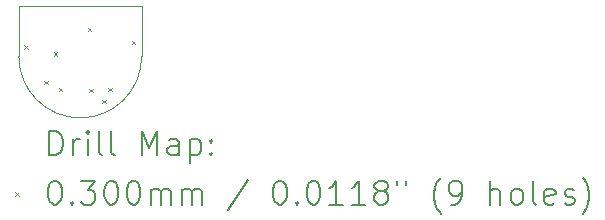
<source format=gbr>
%TF.GenerationSoftware,KiCad,Pcbnew,8.0.3-8.0.3-0~ubuntu22.04.1*%
%TF.CreationDate,2024-06-15T18:12:37-06:00*%
%TF.ProjectId,MA735 encoder board,4d413733-3520-4656-9e63-6f6465722062,rev?*%
%TF.SameCoordinates,Original*%
%TF.FileFunction,Drillmap*%
%TF.FilePolarity,Positive*%
%FSLAX45Y45*%
G04 Gerber Fmt 4.5, Leading zero omitted, Abs format (unit mm)*
G04 Created by KiCad (PCBNEW 8.0.3-8.0.3-0~ubuntu22.04.1) date 2024-06-15 18:12:37*
%MOMM*%
%LPD*%
G01*
G04 APERTURE LIST*
%ADD10C,0.050000*%
%ADD11C,0.200000*%
%ADD12C,0.100000*%
G04 APERTURE END LIST*
D10*
X14720000Y-8680000D02*
X14720000Y-8250000D01*
X15760000Y-8680000D02*
X15760000Y-8250000D01*
X14720000Y-8250000D02*
X15760000Y-8250000D01*
X15760000Y-8680000D02*
G75*
G02*
X14720000Y-8680000I-520000J0D01*
G01*
D11*
D12*
X14765000Y-8585000D02*
X14795000Y-8615000D01*
X14795000Y-8585000D02*
X14765000Y-8615000D01*
X14935000Y-8885000D02*
X14965000Y-8915000D01*
X14965000Y-8885000D02*
X14935000Y-8915000D01*
X15016166Y-8642683D02*
X15046166Y-8672683D01*
X15046166Y-8642683D02*
X15016166Y-8672683D01*
X15056767Y-8943835D02*
X15086767Y-8973835D01*
X15086767Y-8943835D02*
X15056767Y-8973835D01*
X15305000Y-8435000D02*
X15335000Y-8465000D01*
X15335000Y-8435000D02*
X15305000Y-8465000D01*
X15315000Y-8955000D02*
X15345000Y-8985000D01*
X15345000Y-8955000D02*
X15315000Y-8985000D01*
X15425000Y-9045000D02*
X15455000Y-9075000D01*
X15455000Y-9045000D02*
X15425000Y-9075000D01*
X15475000Y-8945000D02*
X15505000Y-8975000D01*
X15505000Y-8945000D02*
X15475000Y-8975000D01*
X15675000Y-8545000D02*
X15705000Y-8575000D01*
X15705000Y-8545000D02*
X15675000Y-8575000D01*
D11*
X14978277Y-9513984D02*
X14978277Y-9313984D01*
X14978277Y-9313984D02*
X15025896Y-9313984D01*
X15025896Y-9313984D02*
X15054467Y-9323508D01*
X15054467Y-9323508D02*
X15073515Y-9342555D01*
X15073515Y-9342555D02*
X15083039Y-9361603D01*
X15083039Y-9361603D02*
X15092562Y-9399698D01*
X15092562Y-9399698D02*
X15092562Y-9428270D01*
X15092562Y-9428270D02*
X15083039Y-9466365D01*
X15083039Y-9466365D02*
X15073515Y-9485412D01*
X15073515Y-9485412D02*
X15054467Y-9504460D01*
X15054467Y-9504460D02*
X15025896Y-9513984D01*
X15025896Y-9513984D02*
X14978277Y-9513984D01*
X15178277Y-9513984D02*
X15178277Y-9380650D01*
X15178277Y-9418746D02*
X15187801Y-9399698D01*
X15187801Y-9399698D02*
X15197324Y-9390174D01*
X15197324Y-9390174D02*
X15216372Y-9380650D01*
X15216372Y-9380650D02*
X15235420Y-9380650D01*
X15302086Y-9513984D02*
X15302086Y-9380650D01*
X15302086Y-9313984D02*
X15292562Y-9323508D01*
X15292562Y-9323508D02*
X15302086Y-9333031D01*
X15302086Y-9333031D02*
X15311610Y-9323508D01*
X15311610Y-9323508D02*
X15302086Y-9313984D01*
X15302086Y-9313984D02*
X15302086Y-9333031D01*
X15425896Y-9513984D02*
X15406848Y-9504460D01*
X15406848Y-9504460D02*
X15397324Y-9485412D01*
X15397324Y-9485412D02*
X15397324Y-9313984D01*
X15530658Y-9513984D02*
X15511610Y-9504460D01*
X15511610Y-9504460D02*
X15502086Y-9485412D01*
X15502086Y-9485412D02*
X15502086Y-9313984D01*
X15759229Y-9513984D02*
X15759229Y-9313984D01*
X15759229Y-9313984D02*
X15825896Y-9456841D01*
X15825896Y-9456841D02*
X15892562Y-9313984D01*
X15892562Y-9313984D02*
X15892562Y-9513984D01*
X16073515Y-9513984D02*
X16073515Y-9409222D01*
X16073515Y-9409222D02*
X16063991Y-9390174D01*
X16063991Y-9390174D02*
X16044943Y-9380650D01*
X16044943Y-9380650D02*
X16006848Y-9380650D01*
X16006848Y-9380650D02*
X15987801Y-9390174D01*
X16073515Y-9504460D02*
X16054467Y-9513984D01*
X16054467Y-9513984D02*
X16006848Y-9513984D01*
X16006848Y-9513984D02*
X15987801Y-9504460D01*
X15987801Y-9504460D02*
X15978277Y-9485412D01*
X15978277Y-9485412D02*
X15978277Y-9466365D01*
X15978277Y-9466365D02*
X15987801Y-9447317D01*
X15987801Y-9447317D02*
X16006848Y-9437793D01*
X16006848Y-9437793D02*
X16054467Y-9437793D01*
X16054467Y-9437793D02*
X16073515Y-9428270D01*
X16168753Y-9380650D02*
X16168753Y-9580650D01*
X16168753Y-9390174D02*
X16187801Y-9380650D01*
X16187801Y-9380650D02*
X16225896Y-9380650D01*
X16225896Y-9380650D02*
X16244943Y-9390174D01*
X16244943Y-9390174D02*
X16254467Y-9399698D01*
X16254467Y-9399698D02*
X16263991Y-9418746D01*
X16263991Y-9418746D02*
X16263991Y-9475889D01*
X16263991Y-9475889D02*
X16254467Y-9494936D01*
X16254467Y-9494936D02*
X16244943Y-9504460D01*
X16244943Y-9504460D02*
X16225896Y-9513984D01*
X16225896Y-9513984D02*
X16187801Y-9513984D01*
X16187801Y-9513984D02*
X16168753Y-9504460D01*
X16349705Y-9494936D02*
X16359229Y-9504460D01*
X16359229Y-9504460D02*
X16349705Y-9513984D01*
X16349705Y-9513984D02*
X16340182Y-9504460D01*
X16340182Y-9504460D02*
X16349705Y-9494936D01*
X16349705Y-9494936D02*
X16349705Y-9513984D01*
X16349705Y-9390174D02*
X16359229Y-9399698D01*
X16359229Y-9399698D02*
X16349705Y-9409222D01*
X16349705Y-9409222D02*
X16340182Y-9399698D01*
X16340182Y-9399698D02*
X16349705Y-9390174D01*
X16349705Y-9390174D02*
X16349705Y-9409222D01*
D12*
X14687500Y-9827500D02*
X14717500Y-9857500D01*
X14717500Y-9827500D02*
X14687500Y-9857500D01*
D11*
X15016372Y-9733984D02*
X15035420Y-9733984D01*
X15035420Y-9733984D02*
X15054467Y-9743508D01*
X15054467Y-9743508D02*
X15063991Y-9753031D01*
X15063991Y-9753031D02*
X15073515Y-9772079D01*
X15073515Y-9772079D02*
X15083039Y-9810174D01*
X15083039Y-9810174D02*
X15083039Y-9857793D01*
X15083039Y-9857793D02*
X15073515Y-9895889D01*
X15073515Y-9895889D02*
X15063991Y-9914936D01*
X15063991Y-9914936D02*
X15054467Y-9924460D01*
X15054467Y-9924460D02*
X15035420Y-9933984D01*
X15035420Y-9933984D02*
X15016372Y-9933984D01*
X15016372Y-9933984D02*
X14997324Y-9924460D01*
X14997324Y-9924460D02*
X14987801Y-9914936D01*
X14987801Y-9914936D02*
X14978277Y-9895889D01*
X14978277Y-9895889D02*
X14968753Y-9857793D01*
X14968753Y-9857793D02*
X14968753Y-9810174D01*
X14968753Y-9810174D02*
X14978277Y-9772079D01*
X14978277Y-9772079D02*
X14987801Y-9753031D01*
X14987801Y-9753031D02*
X14997324Y-9743508D01*
X14997324Y-9743508D02*
X15016372Y-9733984D01*
X15168753Y-9914936D02*
X15178277Y-9924460D01*
X15178277Y-9924460D02*
X15168753Y-9933984D01*
X15168753Y-9933984D02*
X15159229Y-9924460D01*
X15159229Y-9924460D02*
X15168753Y-9914936D01*
X15168753Y-9914936D02*
X15168753Y-9933984D01*
X15244943Y-9733984D02*
X15368753Y-9733984D01*
X15368753Y-9733984D02*
X15302086Y-9810174D01*
X15302086Y-9810174D02*
X15330658Y-9810174D01*
X15330658Y-9810174D02*
X15349705Y-9819698D01*
X15349705Y-9819698D02*
X15359229Y-9829222D01*
X15359229Y-9829222D02*
X15368753Y-9848270D01*
X15368753Y-9848270D02*
X15368753Y-9895889D01*
X15368753Y-9895889D02*
X15359229Y-9914936D01*
X15359229Y-9914936D02*
X15349705Y-9924460D01*
X15349705Y-9924460D02*
X15330658Y-9933984D01*
X15330658Y-9933984D02*
X15273515Y-9933984D01*
X15273515Y-9933984D02*
X15254467Y-9924460D01*
X15254467Y-9924460D02*
X15244943Y-9914936D01*
X15492562Y-9733984D02*
X15511610Y-9733984D01*
X15511610Y-9733984D02*
X15530658Y-9743508D01*
X15530658Y-9743508D02*
X15540182Y-9753031D01*
X15540182Y-9753031D02*
X15549705Y-9772079D01*
X15549705Y-9772079D02*
X15559229Y-9810174D01*
X15559229Y-9810174D02*
X15559229Y-9857793D01*
X15559229Y-9857793D02*
X15549705Y-9895889D01*
X15549705Y-9895889D02*
X15540182Y-9914936D01*
X15540182Y-9914936D02*
X15530658Y-9924460D01*
X15530658Y-9924460D02*
X15511610Y-9933984D01*
X15511610Y-9933984D02*
X15492562Y-9933984D01*
X15492562Y-9933984D02*
X15473515Y-9924460D01*
X15473515Y-9924460D02*
X15463991Y-9914936D01*
X15463991Y-9914936D02*
X15454467Y-9895889D01*
X15454467Y-9895889D02*
X15444943Y-9857793D01*
X15444943Y-9857793D02*
X15444943Y-9810174D01*
X15444943Y-9810174D02*
X15454467Y-9772079D01*
X15454467Y-9772079D02*
X15463991Y-9753031D01*
X15463991Y-9753031D02*
X15473515Y-9743508D01*
X15473515Y-9743508D02*
X15492562Y-9733984D01*
X15683039Y-9733984D02*
X15702086Y-9733984D01*
X15702086Y-9733984D02*
X15721134Y-9743508D01*
X15721134Y-9743508D02*
X15730658Y-9753031D01*
X15730658Y-9753031D02*
X15740182Y-9772079D01*
X15740182Y-9772079D02*
X15749705Y-9810174D01*
X15749705Y-9810174D02*
X15749705Y-9857793D01*
X15749705Y-9857793D02*
X15740182Y-9895889D01*
X15740182Y-9895889D02*
X15730658Y-9914936D01*
X15730658Y-9914936D02*
X15721134Y-9924460D01*
X15721134Y-9924460D02*
X15702086Y-9933984D01*
X15702086Y-9933984D02*
X15683039Y-9933984D01*
X15683039Y-9933984D02*
X15663991Y-9924460D01*
X15663991Y-9924460D02*
X15654467Y-9914936D01*
X15654467Y-9914936D02*
X15644943Y-9895889D01*
X15644943Y-9895889D02*
X15635420Y-9857793D01*
X15635420Y-9857793D02*
X15635420Y-9810174D01*
X15635420Y-9810174D02*
X15644943Y-9772079D01*
X15644943Y-9772079D02*
X15654467Y-9753031D01*
X15654467Y-9753031D02*
X15663991Y-9743508D01*
X15663991Y-9743508D02*
X15683039Y-9733984D01*
X15835420Y-9933984D02*
X15835420Y-9800650D01*
X15835420Y-9819698D02*
X15844943Y-9810174D01*
X15844943Y-9810174D02*
X15863991Y-9800650D01*
X15863991Y-9800650D02*
X15892563Y-9800650D01*
X15892563Y-9800650D02*
X15911610Y-9810174D01*
X15911610Y-9810174D02*
X15921134Y-9829222D01*
X15921134Y-9829222D02*
X15921134Y-9933984D01*
X15921134Y-9829222D02*
X15930658Y-9810174D01*
X15930658Y-9810174D02*
X15949705Y-9800650D01*
X15949705Y-9800650D02*
X15978277Y-9800650D01*
X15978277Y-9800650D02*
X15997324Y-9810174D01*
X15997324Y-9810174D02*
X16006848Y-9829222D01*
X16006848Y-9829222D02*
X16006848Y-9933984D01*
X16102086Y-9933984D02*
X16102086Y-9800650D01*
X16102086Y-9819698D02*
X16111610Y-9810174D01*
X16111610Y-9810174D02*
X16130658Y-9800650D01*
X16130658Y-9800650D02*
X16159229Y-9800650D01*
X16159229Y-9800650D02*
X16178277Y-9810174D01*
X16178277Y-9810174D02*
X16187801Y-9829222D01*
X16187801Y-9829222D02*
X16187801Y-9933984D01*
X16187801Y-9829222D02*
X16197324Y-9810174D01*
X16197324Y-9810174D02*
X16216372Y-9800650D01*
X16216372Y-9800650D02*
X16244943Y-9800650D01*
X16244943Y-9800650D02*
X16263991Y-9810174D01*
X16263991Y-9810174D02*
X16273515Y-9829222D01*
X16273515Y-9829222D02*
X16273515Y-9933984D01*
X16663991Y-9724460D02*
X16492563Y-9981603D01*
X16921134Y-9733984D02*
X16940182Y-9733984D01*
X16940182Y-9733984D02*
X16959229Y-9743508D01*
X16959229Y-9743508D02*
X16968753Y-9753031D01*
X16968753Y-9753031D02*
X16978277Y-9772079D01*
X16978277Y-9772079D02*
X16987801Y-9810174D01*
X16987801Y-9810174D02*
X16987801Y-9857793D01*
X16987801Y-9857793D02*
X16978277Y-9895889D01*
X16978277Y-9895889D02*
X16968753Y-9914936D01*
X16968753Y-9914936D02*
X16959229Y-9924460D01*
X16959229Y-9924460D02*
X16940182Y-9933984D01*
X16940182Y-9933984D02*
X16921134Y-9933984D01*
X16921134Y-9933984D02*
X16902087Y-9924460D01*
X16902087Y-9924460D02*
X16892563Y-9914936D01*
X16892563Y-9914936D02*
X16883039Y-9895889D01*
X16883039Y-9895889D02*
X16873515Y-9857793D01*
X16873515Y-9857793D02*
X16873515Y-9810174D01*
X16873515Y-9810174D02*
X16883039Y-9772079D01*
X16883039Y-9772079D02*
X16892563Y-9753031D01*
X16892563Y-9753031D02*
X16902087Y-9743508D01*
X16902087Y-9743508D02*
X16921134Y-9733984D01*
X17073515Y-9914936D02*
X17083039Y-9924460D01*
X17083039Y-9924460D02*
X17073515Y-9933984D01*
X17073515Y-9933984D02*
X17063991Y-9924460D01*
X17063991Y-9924460D02*
X17073515Y-9914936D01*
X17073515Y-9914936D02*
X17073515Y-9933984D01*
X17206848Y-9733984D02*
X17225896Y-9733984D01*
X17225896Y-9733984D02*
X17244944Y-9743508D01*
X17244944Y-9743508D02*
X17254468Y-9753031D01*
X17254468Y-9753031D02*
X17263991Y-9772079D01*
X17263991Y-9772079D02*
X17273515Y-9810174D01*
X17273515Y-9810174D02*
X17273515Y-9857793D01*
X17273515Y-9857793D02*
X17263991Y-9895889D01*
X17263991Y-9895889D02*
X17254468Y-9914936D01*
X17254468Y-9914936D02*
X17244944Y-9924460D01*
X17244944Y-9924460D02*
X17225896Y-9933984D01*
X17225896Y-9933984D02*
X17206848Y-9933984D01*
X17206848Y-9933984D02*
X17187801Y-9924460D01*
X17187801Y-9924460D02*
X17178277Y-9914936D01*
X17178277Y-9914936D02*
X17168753Y-9895889D01*
X17168753Y-9895889D02*
X17159229Y-9857793D01*
X17159229Y-9857793D02*
X17159229Y-9810174D01*
X17159229Y-9810174D02*
X17168753Y-9772079D01*
X17168753Y-9772079D02*
X17178277Y-9753031D01*
X17178277Y-9753031D02*
X17187801Y-9743508D01*
X17187801Y-9743508D02*
X17206848Y-9733984D01*
X17463991Y-9933984D02*
X17349706Y-9933984D01*
X17406848Y-9933984D02*
X17406848Y-9733984D01*
X17406848Y-9733984D02*
X17387801Y-9762555D01*
X17387801Y-9762555D02*
X17368753Y-9781603D01*
X17368753Y-9781603D02*
X17349706Y-9791127D01*
X17654468Y-9933984D02*
X17540182Y-9933984D01*
X17597325Y-9933984D02*
X17597325Y-9733984D01*
X17597325Y-9733984D02*
X17578277Y-9762555D01*
X17578277Y-9762555D02*
X17559229Y-9781603D01*
X17559229Y-9781603D02*
X17540182Y-9791127D01*
X17768753Y-9819698D02*
X17749706Y-9810174D01*
X17749706Y-9810174D02*
X17740182Y-9800650D01*
X17740182Y-9800650D02*
X17730658Y-9781603D01*
X17730658Y-9781603D02*
X17730658Y-9772079D01*
X17730658Y-9772079D02*
X17740182Y-9753031D01*
X17740182Y-9753031D02*
X17749706Y-9743508D01*
X17749706Y-9743508D02*
X17768753Y-9733984D01*
X17768753Y-9733984D02*
X17806849Y-9733984D01*
X17806849Y-9733984D02*
X17825896Y-9743508D01*
X17825896Y-9743508D02*
X17835420Y-9753031D01*
X17835420Y-9753031D02*
X17844944Y-9772079D01*
X17844944Y-9772079D02*
X17844944Y-9781603D01*
X17844944Y-9781603D02*
X17835420Y-9800650D01*
X17835420Y-9800650D02*
X17825896Y-9810174D01*
X17825896Y-9810174D02*
X17806849Y-9819698D01*
X17806849Y-9819698D02*
X17768753Y-9819698D01*
X17768753Y-9819698D02*
X17749706Y-9829222D01*
X17749706Y-9829222D02*
X17740182Y-9838746D01*
X17740182Y-9838746D02*
X17730658Y-9857793D01*
X17730658Y-9857793D02*
X17730658Y-9895889D01*
X17730658Y-9895889D02*
X17740182Y-9914936D01*
X17740182Y-9914936D02*
X17749706Y-9924460D01*
X17749706Y-9924460D02*
X17768753Y-9933984D01*
X17768753Y-9933984D02*
X17806849Y-9933984D01*
X17806849Y-9933984D02*
X17825896Y-9924460D01*
X17825896Y-9924460D02*
X17835420Y-9914936D01*
X17835420Y-9914936D02*
X17844944Y-9895889D01*
X17844944Y-9895889D02*
X17844944Y-9857793D01*
X17844944Y-9857793D02*
X17835420Y-9838746D01*
X17835420Y-9838746D02*
X17825896Y-9829222D01*
X17825896Y-9829222D02*
X17806849Y-9819698D01*
X17921134Y-9733984D02*
X17921134Y-9772079D01*
X17997325Y-9733984D02*
X17997325Y-9772079D01*
X18292563Y-10010174D02*
X18283039Y-10000650D01*
X18283039Y-10000650D02*
X18263991Y-9972079D01*
X18263991Y-9972079D02*
X18254468Y-9953031D01*
X18254468Y-9953031D02*
X18244944Y-9924460D01*
X18244944Y-9924460D02*
X18235420Y-9876841D01*
X18235420Y-9876841D02*
X18235420Y-9838746D01*
X18235420Y-9838746D02*
X18244944Y-9791127D01*
X18244944Y-9791127D02*
X18254468Y-9762555D01*
X18254468Y-9762555D02*
X18263991Y-9743508D01*
X18263991Y-9743508D02*
X18283039Y-9714936D01*
X18283039Y-9714936D02*
X18292563Y-9705412D01*
X18378277Y-9933984D02*
X18416372Y-9933984D01*
X18416372Y-9933984D02*
X18435420Y-9924460D01*
X18435420Y-9924460D02*
X18444944Y-9914936D01*
X18444944Y-9914936D02*
X18463991Y-9886365D01*
X18463991Y-9886365D02*
X18473515Y-9848270D01*
X18473515Y-9848270D02*
X18473515Y-9772079D01*
X18473515Y-9772079D02*
X18463991Y-9753031D01*
X18463991Y-9753031D02*
X18454468Y-9743508D01*
X18454468Y-9743508D02*
X18435420Y-9733984D01*
X18435420Y-9733984D02*
X18397325Y-9733984D01*
X18397325Y-9733984D02*
X18378277Y-9743508D01*
X18378277Y-9743508D02*
X18368753Y-9753031D01*
X18368753Y-9753031D02*
X18359230Y-9772079D01*
X18359230Y-9772079D02*
X18359230Y-9819698D01*
X18359230Y-9819698D02*
X18368753Y-9838746D01*
X18368753Y-9838746D02*
X18378277Y-9848270D01*
X18378277Y-9848270D02*
X18397325Y-9857793D01*
X18397325Y-9857793D02*
X18435420Y-9857793D01*
X18435420Y-9857793D02*
X18454468Y-9848270D01*
X18454468Y-9848270D02*
X18463991Y-9838746D01*
X18463991Y-9838746D02*
X18473515Y-9819698D01*
X18711611Y-9933984D02*
X18711611Y-9733984D01*
X18797325Y-9933984D02*
X18797325Y-9829222D01*
X18797325Y-9829222D02*
X18787801Y-9810174D01*
X18787801Y-9810174D02*
X18768753Y-9800650D01*
X18768753Y-9800650D02*
X18740182Y-9800650D01*
X18740182Y-9800650D02*
X18721134Y-9810174D01*
X18721134Y-9810174D02*
X18711611Y-9819698D01*
X18921134Y-9933984D02*
X18902087Y-9924460D01*
X18902087Y-9924460D02*
X18892563Y-9914936D01*
X18892563Y-9914936D02*
X18883039Y-9895889D01*
X18883039Y-9895889D02*
X18883039Y-9838746D01*
X18883039Y-9838746D02*
X18892563Y-9819698D01*
X18892563Y-9819698D02*
X18902087Y-9810174D01*
X18902087Y-9810174D02*
X18921134Y-9800650D01*
X18921134Y-9800650D02*
X18949706Y-9800650D01*
X18949706Y-9800650D02*
X18968753Y-9810174D01*
X18968753Y-9810174D02*
X18978277Y-9819698D01*
X18978277Y-9819698D02*
X18987801Y-9838746D01*
X18987801Y-9838746D02*
X18987801Y-9895889D01*
X18987801Y-9895889D02*
X18978277Y-9914936D01*
X18978277Y-9914936D02*
X18968753Y-9924460D01*
X18968753Y-9924460D02*
X18949706Y-9933984D01*
X18949706Y-9933984D02*
X18921134Y-9933984D01*
X19102087Y-9933984D02*
X19083039Y-9924460D01*
X19083039Y-9924460D02*
X19073515Y-9905412D01*
X19073515Y-9905412D02*
X19073515Y-9733984D01*
X19254468Y-9924460D02*
X19235420Y-9933984D01*
X19235420Y-9933984D02*
X19197325Y-9933984D01*
X19197325Y-9933984D02*
X19178277Y-9924460D01*
X19178277Y-9924460D02*
X19168753Y-9905412D01*
X19168753Y-9905412D02*
X19168753Y-9829222D01*
X19168753Y-9829222D02*
X19178277Y-9810174D01*
X19178277Y-9810174D02*
X19197325Y-9800650D01*
X19197325Y-9800650D02*
X19235420Y-9800650D01*
X19235420Y-9800650D02*
X19254468Y-9810174D01*
X19254468Y-9810174D02*
X19263992Y-9829222D01*
X19263992Y-9829222D02*
X19263992Y-9848270D01*
X19263992Y-9848270D02*
X19168753Y-9867317D01*
X19340182Y-9924460D02*
X19359230Y-9933984D01*
X19359230Y-9933984D02*
X19397325Y-9933984D01*
X19397325Y-9933984D02*
X19416373Y-9924460D01*
X19416373Y-9924460D02*
X19425896Y-9905412D01*
X19425896Y-9905412D02*
X19425896Y-9895889D01*
X19425896Y-9895889D02*
X19416373Y-9876841D01*
X19416373Y-9876841D02*
X19397325Y-9867317D01*
X19397325Y-9867317D02*
X19368753Y-9867317D01*
X19368753Y-9867317D02*
X19349706Y-9857793D01*
X19349706Y-9857793D02*
X19340182Y-9838746D01*
X19340182Y-9838746D02*
X19340182Y-9829222D01*
X19340182Y-9829222D02*
X19349706Y-9810174D01*
X19349706Y-9810174D02*
X19368753Y-9800650D01*
X19368753Y-9800650D02*
X19397325Y-9800650D01*
X19397325Y-9800650D02*
X19416373Y-9810174D01*
X19492563Y-10010174D02*
X19502087Y-10000650D01*
X19502087Y-10000650D02*
X19521134Y-9972079D01*
X19521134Y-9972079D02*
X19530658Y-9953031D01*
X19530658Y-9953031D02*
X19540182Y-9924460D01*
X19540182Y-9924460D02*
X19549706Y-9876841D01*
X19549706Y-9876841D02*
X19549706Y-9838746D01*
X19549706Y-9838746D02*
X19540182Y-9791127D01*
X19540182Y-9791127D02*
X19530658Y-9762555D01*
X19530658Y-9762555D02*
X19521134Y-9743508D01*
X19521134Y-9743508D02*
X19502087Y-9714936D01*
X19502087Y-9714936D02*
X19492563Y-9705412D01*
M02*

</source>
